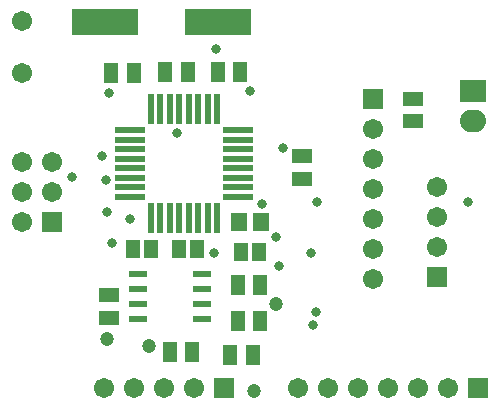
<source format=gts>
G04*
G04 #@! TF.GenerationSoftware,Altium Limited,Altium Designer,21.0.9 (235)*
G04*
G04 Layer_Color=8388736*
%FSLAX25Y25*%
%MOIN*%
G70*
G04*
G04 #@! TF.SameCoordinates,DB600209-2405-4227-A8B2-1458F7EF1284*
G04*
G04*
G04 #@! TF.FilePolarity,Negative*
G04*
G01*
G75*
%ADD24R,0.06102X0.02362*%
%ADD25R,0.06706X0.05131*%
%ADD26R,0.05131X0.06312*%
%ADD27R,0.02375X0.10249*%
%ADD28R,0.10249X0.02375*%
%ADD29R,0.22453X0.08674*%
%ADD30R,0.05131X0.06706*%
%ADD31R,0.05524X0.06312*%
%ADD32C,0.06706*%
%ADD33R,0.06706X0.06706*%
%ADD34R,0.06706X0.06706*%
%ADD35O,0.08674X0.07493*%
%ADD36R,0.08674X0.07493*%
%ADD37C,0.03162*%
%ADD38C,0.04737*%
D24*
X587000Y139000D02*
D03*
Y144000D02*
D03*
Y149000D02*
D03*
Y154000D02*
D03*
X565740D02*
D03*
Y149000D02*
D03*
Y144000D02*
D03*
Y139000D02*
D03*
D25*
X657500Y205020D02*
D03*
Y212500D02*
D03*
X620425Y185823D02*
D03*
Y193303D02*
D03*
X556000Y146925D02*
D03*
Y139445D02*
D03*
D26*
X569953Y162500D02*
D03*
X564047D02*
D03*
X600047Y161500D02*
D03*
X605953D02*
D03*
X579445Y162481D02*
D03*
X585350D02*
D03*
D27*
X592024Y209004D02*
D03*
X588874D02*
D03*
X585724D02*
D03*
X582575D02*
D03*
X579425D02*
D03*
X576276D02*
D03*
X573126D02*
D03*
X569976D02*
D03*
X569976Y172783D02*
D03*
X573126D02*
D03*
X576275D02*
D03*
X579425Y172783D02*
D03*
X582575Y172783D02*
D03*
X585724D02*
D03*
X588874D02*
D03*
X592024D02*
D03*
D28*
X562890Y201917D02*
D03*
Y198768D02*
D03*
Y195618D02*
D03*
Y192469D02*
D03*
Y189319D02*
D03*
Y186169D02*
D03*
Y183020D02*
D03*
Y179870D02*
D03*
X599110Y179870D02*
D03*
Y183020D02*
D03*
Y186169D02*
D03*
Y189319D02*
D03*
Y192469D02*
D03*
Y195618D02*
D03*
Y198768D02*
D03*
Y201917D02*
D03*
D29*
X554799Y238000D02*
D03*
X592201D02*
D03*
D30*
X583740Y128000D02*
D03*
X576260D02*
D03*
X574803Y221287D02*
D03*
X582283D02*
D03*
X606433Y138500D02*
D03*
X598953D02*
D03*
X603894Y127000D02*
D03*
X596413D02*
D03*
X556760Y221000D02*
D03*
X564240D02*
D03*
X599681Y221287D02*
D03*
X592201D02*
D03*
X606449Y150500D02*
D03*
X598969D02*
D03*
D31*
X599457Y171500D02*
D03*
X606543D02*
D03*
D32*
X527000Y221000D02*
D03*
Y171500D02*
D03*
X537000Y181500D02*
D03*
X527000D02*
D03*
X537000Y191500D02*
D03*
X527000D02*
D03*
Y238500D02*
D03*
X619000Y116000D02*
D03*
X629000D02*
D03*
X639000D02*
D03*
X649000D02*
D03*
X669000D02*
D03*
X659000D02*
D03*
X584331D02*
D03*
X574331D02*
D03*
X564331D02*
D03*
X554331D02*
D03*
X665500Y183000D02*
D03*
Y173000D02*
D03*
Y163000D02*
D03*
X644000Y192500D02*
D03*
Y202500D02*
D03*
Y182500D02*
D03*
Y172500D02*
D03*
Y162500D02*
D03*
Y152500D02*
D03*
D33*
X537000Y171500D02*
D03*
X665500Y153000D02*
D03*
X644000Y212500D02*
D03*
D34*
X679000Y116000D02*
D03*
X594331D02*
D03*
D35*
X677500Y205000D02*
D03*
D36*
Y215000D02*
D03*
D37*
X590853Y161082D02*
D03*
X563000Y172500D02*
D03*
X624000Y137000D02*
D03*
X607000Y177500D02*
D03*
X578543Y201000D02*
D03*
X553584Y193500D02*
D03*
X625000Y141500D02*
D03*
X555016Y185382D02*
D03*
X555329Y174870D02*
D03*
X614000Y196098D02*
D03*
X625437Y178000D02*
D03*
X603000Y215098D02*
D03*
X591610Y229000D02*
D03*
X611757Y166243D02*
D03*
X543570Y186295D02*
D03*
X675750Y178000D02*
D03*
X612563Y156846D02*
D03*
X623437Y161063D02*
D03*
X557000Y164500D02*
D03*
X556169Y214500D02*
D03*
D38*
X555500Y132332D02*
D03*
X611776Y144000D02*
D03*
X604484Y115000D02*
D03*
X569310Y130190D02*
D03*
M02*

</source>
